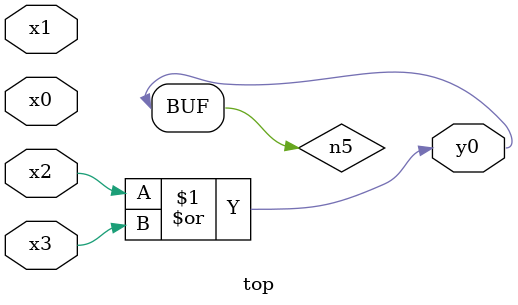
<source format=v>
module top( x0 , x1 , x2 , x3 , y0 );
  input x0 , x1 , x2 , x3 ;
  output y0 ;
  wire n5 ;
  assign n5 = x2 | x3 ;
  assign y0 = n5 ;
endmodule

</source>
